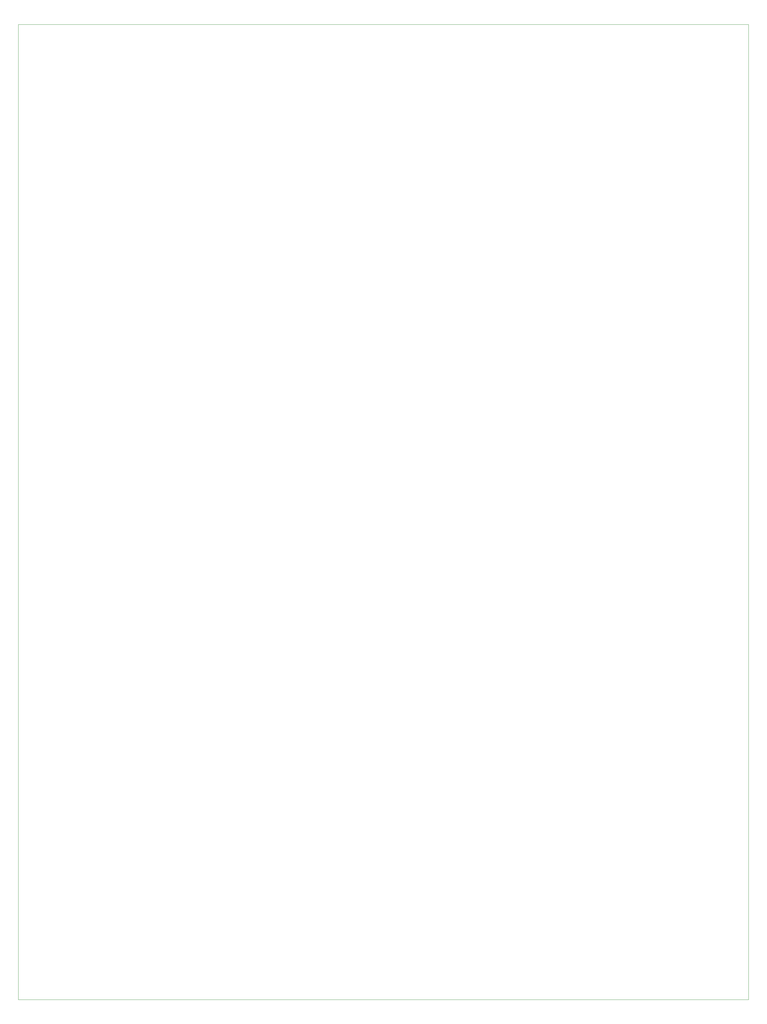
<source format=gbr>
%TF.GenerationSoftware,KiCad,Pcbnew,(5.1.10-1-10_14)*%
%TF.CreationDate,2021-11-26T01:15:21-05:00*%
%TF.ProjectId,FULL-assembly-backplane,46554c4c-2d61-4737-9365-6d626c792d62,rev?*%
%TF.SameCoordinates,Original*%
%TF.FileFunction,Profile,NP*%
%FSLAX46Y46*%
G04 Gerber Fmt 4.6, Leading zero omitted, Abs format (unit mm)*
G04 Created by KiCad (PCBNEW (5.1.10-1-10_14)) date 2021-11-26 01:15:21*
%MOMM*%
%LPD*%
G01*
G04 APERTURE LIST*
%TA.AperFunction,Profile*%
%ADD10C,0.050000*%
%TD*%
G04 APERTURE END LIST*
D10*
X109220000Y7874000D02*
X109220000Y-13970000D01*
X319532000Y7874000D02*
X319532000Y-13970000D01*
X109220000Y-272796000D02*
X109220000Y-60960000D01*
X319532000Y-272796000D02*
X319532000Y-60960000D01*
X109220000Y-13970000D02*
X109220000Y-60960000D01*
X319532000Y-13970000D02*
X319532000Y-60960000D01*
X319532000Y7874000D02*
X207518000Y7874000D01*
X109220000Y-272796000D02*
X319532000Y-272796000D01*
X207518000Y7874000D02*
X109220000Y7874000D01*
M02*

</source>
